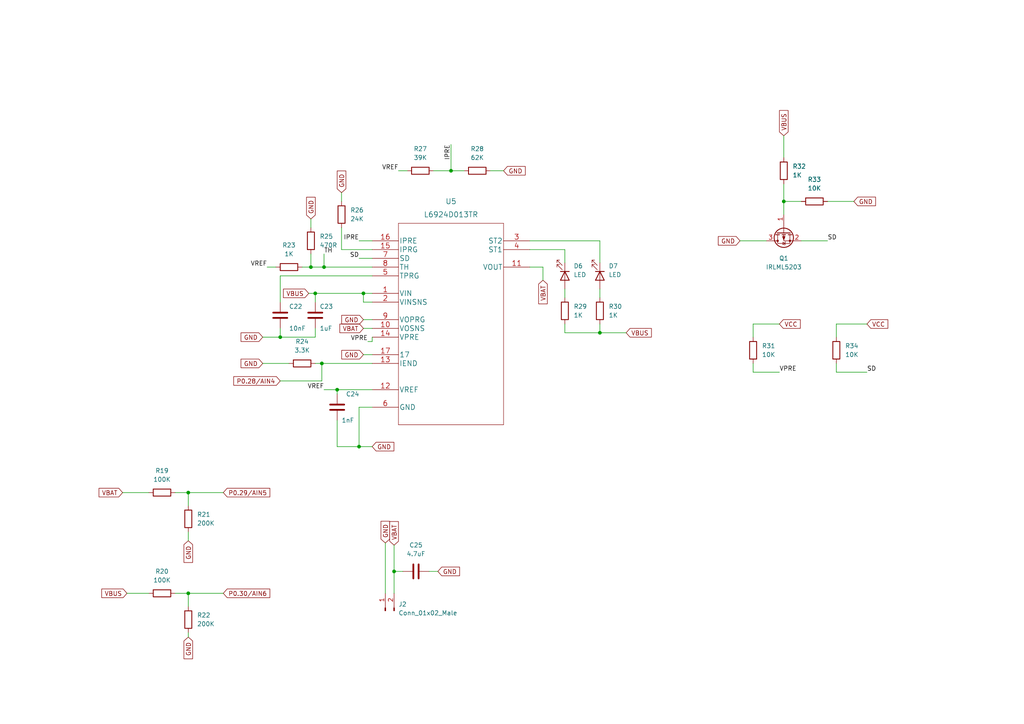
<source format=kicad_sch>
(kicad_sch (version 20211123) (generator eeschema)
  (paper "A4")
  (lib_symbols
    (symbol "Connector:Conn_01x02_Male" (pin_names (offset 1.016) hide)
      (property "Reference" "J" (at 0 2.54 0))
      (property "Value" "Conn_01x02_Male" (at 0 -5.08 0))
      (symbol "Conn_01x02_Male_1_1"
        (polyline (pts (xy 1.27 -2.54) (xy 0.8636 -2.54)) (stroke (width 0.1524)))
        (polyline (pts (xy 1.27 0) (xy 0.8636 0)) (stroke (width 0.1524)))
        (rectangle (start 0.8636 -2.413) (end 0 -2.667) (stroke (width 0.1524)) (fill (type outline)))
        (rectangle (start 0.8636 0.127) (end 0 -0.127) (stroke (width 0.1524)) (fill (type outline)))
        (pin passive line (at 5.08 0 180) (length 3.81) (name "Pin_1") (number "1"))
        (pin passive line (at 5.08 -2.54 180) (length 3.81) (name "Pin_2") (number "2"))
      )
    )
    (symbol "Device:C" (pin_numbers hide) (pin_names (offset 0.254))
      (property "Reference" "C" (at 0.635 2.54 0))
      (property "Value" "C" (at 0.635 -2.54 0))
      (symbol "C_0_1"
        (polyline (pts (xy -2.032 -0.762) (xy 2.032 -0.762)) (stroke (width 0.508)))
        (polyline (pts (xy -2.032 0.762) (xy 2.032 0.762)) (stroke (width 0.508)))
      )
      (symbol "C_1_1"
        (pin passive line (at 0 3.81 270) (length 2.794) (name "~") (number "1"))
        (pin passive line (at 0 -3.81 90) (length 2.794) (name "~") (number "2"))
      )
    )
    (symbol "Device:LED" (pin_numbers hide) (pin_names (offset 1.016) hide)
      (property "Reference" "D" (at 0 2.54 0))
      (property "Value" "LED" (at 0 -2.54 0))
      (symbol "LED_0_1"
        (polyline (pts (xy -1.27 -1.27) (xy -1.27 1.27)) (stroke (width 0.254)))
        (polyline (pts (xy -1.27 0) (xy 1.27 0)))
        (polyline (pts (xy 1.27 -1.27) (xy 1.27 1.27) (xy -1.27 0) (xy 1.27 -1.27)) (stroke (width 0.254)))
        (polyline (pts (xy -3.048 -0.762) (xy -4.572 -2.286) (xy -3.81 -2.286) (xy -4.572 -2.286) (xy -4.572 -1.524)))
        (polyline (pts (xy -1.778 -0.762) (xy -3.302 -2.286) (xy -2.54 -2.286) (xy -3.302 -2.286) (xy -3.302 -1.524)))
      )
      (symbol "LED_1_1"
        (pin passive line (at -3.81 0 0) (length 2.54) (name "K") (number "1"))
        (pin passive line (at 3.81 0 180) (length 2.54) (name "A") (number "2"))
      )
    )
    (symbol "Device:R" (pin_numbers hide) (pin_names (offset 0))
      (property "Reference" "R" (at 2.032 0 90))
      (property "Value" "R" (at 0 0 90))
      (symbol "R_0_1"
        (rectangle (start -1.016 -2.54) (end 1.016 2.54) (stroke (width 0.254)))
      )
      (symbol "R_1_1"
        (pin passive line (at 0 3.81 270) (length 1.27) (name "~") (number "1"))
        (pin passive line (at 0 -3.81 90) (length 1.27) (name "~") (number "2"))
      )
    )
    (symbol "L6924D013TR:L6924D013TR" (pin_names (offset 0.254))
      (property "Reference" "U" (at 22.86 10.16 0))
      (property "Value" "L6924D013TR" (at 22.86 7.62 0))
      (symbol "L6924D013TR_1_1"
        (polyline (pts (xy 7.62 -53.34) (xy 38.1 -53.34)) (stroke (width 0.127)))
        (polyline (pts (xy 7.62 5.08) (xy 7.62 -53.34)) (stroke (width 0.127)))
        (polyline (pts (xy 38.1 -53.34) (xy 38.1 5.08)) (stroke (width 0.127)))
        (polyline (pts (xy 38.1 5.08) (xy 7.62 5.08)) (stroke (width 0.127)))
        (pin input line (at 0 -15.24 0) (length 7.62) (name "VIN") (number "1"))
        (pin input line (at 0 -25.4 0) (length 7.62) (name "VOSNS") (number "10"))
        (pin output line (at 45.72 -7.62 180) (length 7.62) (name "VOUT") (number "11"))
        (pin output line (at 0 -43.18 0) (length 7.62) (name "VREF") (number "12"))
        (pin bidirectional line (at 0 -35.56 0) (length 7.62) (name "IEND") (number "13"))
        (pin input line (at 0 -27.94 0) (length 7.62) (name "VPRE") (number "14"))
        (pin input line (at 0 -2.54 0) (length 7.62) (name "IPRG") (number "15"))
        (pin input line (at 0 0 0) (length 7.62) (name "IPRE") (number "16"))
        (pin unspecified line (at 0 -33.02 0) (length 7.62) (name "17") (number "17"))
        (pin input line (at 0 -17.78 0) (length 7.62) (name "VINSNS") (number "2"))
        (pin output line (at 45.72 0 180) (length 7.62) (name "ST2") (number "3"))
        (pin output line (at 45.72 -2.54 180) (length 7.62) (name "ST1") (number "4"))
        (pin input line (at 0 -10.16 0) (length 7.62) (name "TPRG") (number "5"))
        (pin power_in line (at 0 -48.26 0) (length 7.62) (name "GND") (number "6"))
        (pin input line (at 0 -5.08 0) (length 7.62) (name "SD") (number "7"))
        (pin input line (at 0 -7.62 0) (length 7.62) (name "TH") (number "8"))
        (pin input line (at 0 -22.86 0) (length 7.62) (name "VOPRG") (number "9"))
      )
    )
    (symbol "Transistor_FET:IRLML5203" (pin_names hide)
      (property "Reference" "Q" (at 5.08 1.905 0))
      (property "Value" "IRLML5203" (at 5.08 0 0))
      (symbol "IRLML5203_0_1"
        (polyline (pts (xy 0.254 0) (xy -2.54 0)))
        (polyline (pts (xy 0.254 1.905) (xy 0.254 -1.905)) (stroke (width 0.254)))
        (polyline (pts (xy 0.762 -1.27) (xy 0.762 -2.286)) (stroke (width 0.254)))
        (polyline (pts (xy 0.762 0.508) (xy 0.762 -0.508)) (stroke (width 0.254)))
        (polyline (pts (xy 0.762 2.286) (xy 0.762 1.27)) (stroke (width 0.254)))
        (polyline (pts (xy 2.54 2.54) (xy 2.54 1.778)))
        (polyline (pts (xy 2.54 -2.54) (xy 2.54 0) (xy 0.762 0)))
        (polyline (pts (xy 0.762 1.778) (xy 3.302 1.778) (xy 3.302 -1.778) (xy 0.762 -1.778)))
        (polyline (pts (xy 2.286 0) (xy 1.27 0.381) (xy 1.27 -0.381) (xy 2.286 0)) (fill (type outline)))
        (polyline (pts (xy 2.794 -0.508) (xy 2.921 -0.381) (xy 3.683 -0.381) (xy 3.81 -0.254)))
        (polyline (pts (xy 3.302 -0.381) (xy 2.921 0.254) (xy 3.683 0.254) (xy 3.302 -0.381)))
        (circle (center 1.651 0) (radius 2.794) (stroke (width 0.254)))
        (circle (center 2.54 -1.778) (radius 0.254) (fill (type outline)))
        (circle (center 2.54 1.778) (radius 0.254) (fill (type outline)))
      )
      (symbol "IRLML5203_1_1"
        (pin input line (at -5.08 0 0) (length 2.54) (name "G") (number "1"))
        (pin passive line (at 2.54 -5.08 90) (length 2.54) (name "S") (number "2"))
        (pin passive line (at 2.54 5.08 270) (length 2.54) (name "D") (number "3"))
      )
    )
  )
  (junction (at 105.41 85.09))
  (junction (at 54.61 172.085))
  (junction (at 130.81 49.53))
  (junction (at 54.61 142.875))
  (junction (at 114.3 165.735))
  (junction (at 90.17 77.47))
  (junction (at 91.44 85.09))
  (junction (at 104.14 129.54))
  (junction (at 227.33 58.42))
  (junction (at 81.28 97.79))
  (junction (at 173.99 96.52))
  (junction (at 93.345 105.41))
  (junction (at 97.79 113.03))
  (junction (at 93.98 77.47))
  (wire (pts (xy 142.24 49.53) (xy 146.05 49.53)))
  (wire (pts (xy 107.95 72.39) (xy 99.06 72.39)))
  (wire (pts (xy 227.33 58.42) (xy 227.33 62.23)))
  (wire (pts (xy 242.57 93.98) (xy 251.46 93.98)))
  (wire (pts (xy 76.2 105.41) (xy 83.82 105.41)))
  (wire (pts (xy 50.8 142.875) (xy 54.61 142.875)))
  (wire (pts (xy 114.3 165.735) (xy 116.84 165.735)))
  (wire (pts (xy 90.17 63.5) (xy 90.17 66.04)))
  (wire (pts (xy 111.76 157.48) (xy 111.76 172.085)))
  (wire (pts (xy 104.14 74.93) (xy 107.95 74.93)))
  (wire (pts (xy 124.46 165.735) (xy 127 165.735)))
  (wire (pts (xy 93.98 113.03) (xy 97.79 113.03)))
  (wire (pts (xy 99.06 72.39) (xy 99.06 66.04)))
  (wire (pts (xy 93.345 105.41) (xy 107.95 105.41)))
  (wire (pts (xy 163.83 93.98) (xy 163.83 96.52)))
  (wire (pts (xy 104.14 129.54) (xy 107.95 129.54)))
  (wire (pts (xy 214.63 69.85) (xy 222.25 69.85)))
  (wire (pts (xy 240.03 58.42) (xy 247.65 58.42)))
  (wire (pts (xy 153.67 72.39) (xy 163.83 72.39)))
  (wire (pts (xy 107.95 87.63) (xy 105.41 87.63)))
  (wire (pts (xy 242.57 107.95) (xy 251.46 107.95)))
  (wire (pts (xy 218.44 97.79) (xy 218.44 93.98)))
  (wire (pts (xy 104.14 118.11) (xy 104.14 129.54)))
  (wire (pts (xy 227.33 53.34) (xy 227.33 58.42)))
  (wire (pts (xy 130.81 41.91) (xy 130.81 49.53)))
  (wire (pts (xy 105.41 102.87) (xy 107.95 102.87)))
  (wire (pts (xy 173.99 83.82) (xy 173.99 86.36)))
  (wire (pts (xy 218.44 105.41) (xy 218.44 107.95)))
  (wire (pts (xy 87.63 77.47) (xy 90.17 77.47)))
  (wire (pts (xy 105.41 85.09) (xy 107.95 85.09)))
  (wire (pts (xy 115.57 49.53) (xy 118.11 49.53)))
  (wire (pts (xy 93.345 110.49) (xy 81.28 110.49)))
  (wire (pts (xy 242.57 105.41) (xy 242.57 107.95)))
  (wire (pts (xy 91.44 85.09) (xy 105.41 85.09)))
  (wire (pts (xy 163.83 83.82) (xy 163.83 86.36)))
  (wire (pts (xy 105.41 95.25) (xy 107.95 95.25)))
  (wire (pts (xy 81.28 95.25) (xy 81.28 97.79)))
  (wire (pts (xy 93.345 105.41) (xy 93.345 110.49)))
  (wire (pts (xy 218.44 107.95) (xy 226.06 107.95)))
  (wire (pts (xy 91.44 95.25) (xy 91.44 97.79)))
  (wire (pts (xy 232.41 69.85) (xy 240.03 69.85)))
  (wire (pts (xy 81.28 80.01) (xy 107.95 80.01)))
  (wire (pts (xy 104.14 69.85) (xy 107.95 69.85)))
  (wire (pts (xy 54.61 142.875) (xy 54.61 146.685)))
  (wire (pts (xy 81.28 97.79) (xy 91.44 97.79)))
  (wire (pts (xy 50.8 172.085) (xy 54.61 172.085)))
  (wire (pts (xy 90.17 73.66) (xy 90.17 77.47)))
  (wire (pts (xy 97.79 121.92) (xy 97.79 129.54)))
  (wire (pts (xy 99.06 55.88) (xy 99.06 58.42)))
  (wire (pts (xy 114.3 165.735) (xy 114.3 172.085)))
  (wire (pts (xy 107.95 97.79) (xy 107.95 99.06)))
  (wire (pts (xy 97.79 129.54) (xy 104.14 129.54)))
  (wire (pts (xy 114.3 158.115) (xy 114.3 165.735)))
  (wire (pts (xy 93.98 77.47) (xy 107.95 77.47)))
  (wire (pts (xy 153.67 69.85) (xy 173.99 69.85)))
  (wire (pts (xy 242.57 97.79) (xy 242.57 93.98)))
  (wire (pts (xy 125.73 49.53) (xy 130.81 49.53)))
  (wire (pts (xy 76.2 97.79) (xy 81.28 97.79)))
  (wire (pts (xy 227.33 39.37) (xy 227.33 45.72)))
  (wire (pts (xy 81.28 87.63) (xy 81.28 80.01)))
  (wire (pts (xy 173.99 69.85) (xy 173.99 76.2)))
  (wire (pts (xy 130.81 49.53) (xy 134.62 49.53)))
  (wire (pts (xy 173.99 96.52) (xy 181.61 96.52)))
  (wire (pts (xy 163.83 72.39) (xy 163.83 76.2)))
  (wire (pts (xy 35.56 142.875) (xy 43.18 142.875)))
  (wire (pts (xy 105.41 85.09) (xy 105.41 87.63)))
  (wire (pts (xy 77.47 77.47) (xy 80.01 77.47)))
  (wire (pts (xy 106.68 99.06) (xy 107.95 99.06)))
  (wire (pts (xy 107.95 113.03) (xy 97.79 113.03)))
  (wire (pts (xy 93.98 73.66) (xy 93.98 77.47)))
  (wire (pts (xy 91.44 87.63) (xy 91.44 85.09)))
  (wire (pts (xy 91.44 105.41) (xy 93.345 105.41)))
  (wire (pts (xy 173.99 96.52) (xy 173.99 93.98)))
  (wire (pts (xy 157.48 77.47) (xy 157.48 81.28)))
  (wire (pts (xy 54.61 154.305) (xy 54.61 156.845)))
  (wire (pts (xy 54.61 183.515) (xy 54.61 184.785)))
  (wire (pts (xy 36.83 172.085) (xy 43.18 172.085)))
  (wire (pts (xy 54.61 142.875) (xy 64.77 142.875)))
  (wire (pts (xy 105.41 92.71) (xy 107.95 92.71)))
  (wire (pts (xy 227.33 58.42) (xy 232.41 58.42)))
  (wire (pts (xy 89.535 85.09) (xy 91.44 85.09)))
  (wire (pts (xy 107.95 118.11) (xy 104.14 118.11)))
  (wire (pts (xy 54.61 172.085) (xy 54.61 175.895)))
  (wire (pts (xy 163.83 96.52) (xy 173.99 96.52)))
  (wire (pts (xy 218.44 93.98) (xy 226.06 93.98)))
  (wire (pts (xy 54.61 172.085) (xy 64.77 172.085)))
  (wire (pts (xy 97.79 113.03) (xy 97.79 114.3)))
  (wire (pts (xy 90.17 77.47) (xy 93.98 77.47)))
  (wire (pts (xy 153.67 77.47) (xy 157.48 77.47)))
  (label "VREF" (at 93.98 113.03 180))
  (label "VREF" (at 77.47 77.47 180))
  (label "VPRE" (at 226.06 107.95 0))
  (label "IPRE" (at 104.14 69.85 180))
  (label "IPRE" (at 130.81 41.91 270))
  (label "VREF" (at 115.57 49.53 180))
  (label "SD" (at 104.14 74.93 180))
  (label "SD" (at 240.03 69.85 0))
  (label "SD" (at 251.46 107.95 0))
  (label "TH" (at 93.98 73.66 0))
  (label "VPRE" (at 106.68 99.06 180))
  (global_label "GND" (shape input) (at 127 165.735 0) (property "Intersheet References" "${INTERSHEET_REFS}" (effects hide)))
  (global_label "GND" (shape input) (at 76.2 105.41 180) (property "Intersheet References" "${INTERSHEET_REFS}" (effects hide)))
  (global_label "VBAT" (shape input) (at 105.41 95.25 180) (property "Intersheet References" "${INTERSHEET_REFS}" (effects hide)))
  (global_label "GND" (shape input) (at 107.95 129.54 0) (property "Intersheet References" "${INTERSHEET_REFS}" (effects hide)))
  (global_label "GND" (shape input) (at 76.2 97.79 180) (property "Intersheet References" "${INTERSHEET_REFS}" (effects hide)))
  (global_label "VBUS" (shape input) (at 181.61 96.52 0) (property "Intersheet References" "${INTERSHEET_REFS}" (effects hide)))
  (global_label "VBUS" (shape input) (at 227.33 39.37 90) (property "Intersheet References" "${INTERSHEET_REFS}" (effects hide)))
  (global_label "GND" (shape input) (at 54.61 156.845 270) (property "Intersheet References" "${INTERSHEET_REFS}" (effects hide)))
  (global_label "VCC" (shape input) (at 251.46 93.98 0) (property "Intersheet References" "${INTERSHEET_REFS}" (effects hide)))
  (global_label "P0.29{slash}AIN5" (shape input) (at 64.77 142.875 0) (property "Intersheet References" "${INTERSHEET_REFS}" (effects hide)))
  (global_label "GND" (shape input) (at 214.63 69.85 180) (property "Intersheet References" "${INTERSHEET_REFS}" (effects hide)))
  (global_label "GND" (shape input) (at 99.06 55.88 90) (property "Intersheet References" "${INTERSHEET_REFS}" (effects hide)))
  (global_label "GND" (shape input) (at 146.05 49.53 0) (property "Intersheet References" "${INTERSHEET_REFS}" (effects hide)))
  (global_label "P0.30{slash}AIN6" (shape input) (at 64.77 172.085 0) (property "Intersheet References" "${INTERSHEET_REFS}" (effects hide)))
  (global_label "GND" (shape input) (at 54.61 184.785 270) (property "Intersheet References" "${INTERSHEET_REFS}" (effects hide)))
  (global_label "VBAT" (shape input) (at 35.56 142.875 180) (property "Intersheet References" "${INTERSHEET_REFS}" (effects hide)))
  (global_label "VBAT" (shape input) (at 157.48 81.28 270) (property "Intersheet References" "${INTERSHEET_REFS}" (effects hide)))
  (global_label "GND" (shape input) (at 105.41 102.87 180) (property "Intersheet References" "${INTERSHEET_REFS}" (effects hide)))
  (global_label "GND" (shape input) (at 111.76 157.48 90) (property "Intersheet References" "${INTERSHEET_REFS}" (effects hide)))
  (global_label "GND" (shape input) (at 105.41 92.71 180) (property "Intersheet References" "${INTERSHEET_REFS}" (effects hide)))
  (global_label "GND" (shape input) (at 247.65 58.42 0) (property "Intersheet References" "${INTERSHEET_REFS}" (effects hide)))
  (global_label "VBUS" (shape input) (at 89.535 85.09 180) (property "Intersheet References" "${INTERSHEET_REFS}" (effects hide)))
  (global_label "P0.28{slash}AIN4" (shape input) (at 81.28 110.49 180) (property "Intersheet References" "${INTERSHEET_REFS}" (effects hide)))
  (global_label "GND" (shape input) (at 90.17 63.5 90) (property "Intersheet References" "${INTERSHEET_REFS}" (effects hide)))
  (global_label "VBUS" (shape input) (at 36.83 172.085 180) (property "Intersheet References" "${INTERSHEET_REFS}" (effects hide)))
  (global_label "VBAT" (shape input) (at 114.3 158.115 90) (property "Intersheet References" "${INTERSHEET_REFS}" (effects hide)))
  (global_label "VCC" (shape input) (at 226.06 93.98 0) (property "Intersheet References" "${INTERSHEET_REFS}" (effects hide)))
  (symbol (lib_id "Device:R") (at 90.17 69.85 180) (unit 1)
    (property "Reference" "R25" (at 92.71 68.5799 0) (effects (justify right)))
    (property "Value" "470R" (at 92.71 71.1199 0) (effects (justify right)))
    (property "Footprint" "Resistor_SMD:R_0603_1608Metric" (effects hide))
  )
  (symbol (lib_id "Device:C") (at 97.79 118.11 0) (unit 1)
    (property "Reference" "C24" (at 100.33 114.3 0) (effects (justify left)))
    (property "Value" "1nF" (at 99.06 121.92 0) (effects (justify left)))
    (property "Footprint" "Capacitor_SMD:C_0603_1608Metric" (effects hide))
  )
  (symbol (lib_id "Device:LED") (at 163.83 80.01 270) (unit 1)
    (property "Reference" "D6" (at 166.37 77.1524 90) (effects (justify left)))
    (property "Value" "LED" (at 166.37 79.6924 90) (effects (justify left)))
    (property "Footprint" "LED_SMD:LED_0805_2012Metric" (effects hide))
  )
  (symbol (lib_id "Device:LED") (at 173.99 80.01 270) (unit 1)
    (property "Reference" "D7" (at 176.53 77.1524 90) (effects (justify left)))
    (property "Value" "LED" (at 176.53 79.6924 90) (effects (justify left)))
    (property "Footprint" "LED_SMD:LED_0805_2012Metric" (effects hide))
  )
  (symbol (lib_id "L6924D013TR:L6924D013TR") (at 107.95 69.85 0) (unit 1)
    (property "Reference" "U5" (at 130.81 58.42 0) (effects (font (size 1.524 1.524))))
    (property "Value" "L6924D013TR" (at 130.81 62.23 0) (effects (font (size 1.524 1.524))))
    (property "Footprint" "footprints:L6924D013TR" (effects hide))
  )
  (symbol (lib_id "Device:R") (at 87.63 105.41 270) (unit 1)
    (property "Reference" "R24" (at 87.63 99.06 90))
    (property "Value" "3.3K" (at 87.63 101.6 90))
    (property "Footprint" "Resistor_SMD:R_0603_1608Metric" (effects hide))
  )
  (symbol (lib_id "Device:R") (at 218.44 101.6 0) (unit 1)
    (property "Reference" "R31" (at 220.98 100.3299 0) (effects (justify left)))
    (property "Value" "10K" (at 220.98 102.8699 0) (effects (justify left)))
    (property "Footprint" "Resistor_SMD:R_0603_1608Metric" (effects hide))
  )
  (symbol (lib_id "Device:R") (at 83.82 77.47 270) (unit 1)
    (property "Reference" "R23" (at 83.82 71.12 90))
    (property "Value" "1K" (at 83.82 73.66 90))
    (property "Footprint" "Resistor_SMD:R_0603_1608Metric" (effects hide))
  )
  (symbol (lib_id "Device:C") (at 91.44 91.44 0) (unit 1)
    (property "Reference" "C23" (at 92.71 88.9 0) (effects (justify left)))
    (property "Value" "1uF" (at 92.71 95.25 0) (effects (justify left)))
    (property "Footprint" "Capacitor_SMD:C_0603_1608Metric" (effects hide))
  )
  (symbol (lib_id "Device:R") (at 242.57 101.6 0) (unit 1)
    (property "Reference" "R34" (at 245.11 100.3299 0) (effects (justify left)))
    (property "Value" "10K" (at 245.11 102.8699 0) (effects (justify left)))
    (property "Footprint" "Resistor_SMD:R_0603_1608Metric" (effects hide))
  )
  (symbol (lib_id "Device:R") (at 99.06 62.23 180) (unit 1)
    (property "Reference" "R26" (at 101.6 60.9599 0) (effects (justify right)))
    (property "Value" "24K" (at 101.6 63.4999 0) (effects (justify right)))
    (property "Footprint" "Resistor_SMD:R_0603_1608Metric" (effects hide))
  )
  (symbol (lib_id "Device:R") (at 138.43 49.53 90) (unit 1)
    (property "Reference" "R28" (at 138.43 43.18 90))
    (property "Value" "62K" (at 138.43 45.72 90))
    (property "Footprint" "Resistor_SMD:R_0603_1608Metric" (effects hide))
  )
  (symbol (lib_id "Device:R") (at 121.92 49.53 90) (unit 1)
    (property "Reference" "R27" (at 121.92 43.18 90))
    (property "Value" "39K" (at 121.92 45.72 90))
    (property "Footprint" "Resistor_SMD:R_0603_1608Metric" (effects hide))
  )
  (symbol (lib_id "Transistor_FET:IRLML5203") (at 227.33 67.31 90) (mirror x) (unit 1)
    (property "Reference" "Q1" (at 227.33 74.93 90))
    (property "Value" "IRLML5203" (at 227.33 77.47 90))
    (property "Footprint" "Package_TO_SOT_SMD:SOT-23" (effects hide))
    (property "Datasheet" "https://www.infineon.com/dgdl/irlml5203pbf.pdf?fileId=5546d462533600a40153566868da261d" (effects hide))
  )
  (symbol (lib_id "Device:R") (at 46.99 142.875 90) (unit 1)
    (property "Reference" "R19" (at 46.99 136.525 90))
    (property "Value" "100K" (at 46.99 139.065 90))
    (property "Footprint" "Resistor_SMD:R_0603_1608Metric" (effects hide))
  )
  (symbol (lib_id "Device:R") (at 236.22 58.42 270) (unit 1)
    (property "Reference" "R33" (at 236.22 52.07 90))
    (property "Value" "10K" (at 236.22 54.61 90))
    (property "Footprint" "Resistor_SMD:R_0603_1608Metric" (effects hide))
  )
  (symbol (lib_id "Connector:Conn_01x02_Male") (at 111.76 177.165 90) (unit 1)
    (property "Reference" "J2" (at 115.57 175.2599 90) (effects (justify right)))
    (property "Value" "Conn_01x02_Male" (at 115.57 177.7999 90) (effects (justify right)))
    (property "Footprint" "Connector_PinHeader_2.54mm:PinHeader_1x02_P2.54mm_Vertical" (effects hide))
  )
  (symbol (lib_id "Device:C") (at 81.28 91.44 0) (unit 1)
    (property "Reference" "C22" (at 83.82 88.9 0) (effects (justify left)))
    (property "Value" "10nF" (at 83.82 95.25 0) (effects (justify left)))
    (property "Footprint" "Capacitor_SMD:C_0603_1608Metric" (effects hide))
  )
  (symbol (lib_id "Device:R") (at 163.83 90.17 0) (unit 1)
    (property "Reference" "R29" (at 166.37 88.8999 0) (effects (justify left)))
    (property "Value" "1K" (at 166.37 91.4399 0) (effects (justify left)))
    (property "Footprint" "Resistor_SMD:R_0603_1608Metric" (effects hide))
  )
  (symbol (lib_id "Device:R") (at 54.61 179.705 0) (unit 1)
    (property "Reference" "R22" (at 57.15 178.4349 0) (effects (justify left)))
    (property "Value" "200K" (at 57.15 180.9749 0) (effects (justify left)))
    (property "Footprint" "Resistor_SMD:R_0603_1608Metric" (effects hide))
  )
  (symbol (lib_id "Device:R") (at 46.99 172.085 270) (unit 1)
    (property "Reference" "R20" (at 46.99 165.735 90))
    (property "Value" "100K" (at 46.99 168.275 90))
    (property "Footprint" "Resistor_SMD:R_0603_1608Metric" (effects hide))
  )
  (symbol (lib_id "Device:R") (at 227.33 49.53 180) (unit 1)
    (property "Reference" "R32" (at 229.87 48.2599 0) (effects (justify right)))
    (property "Value" "1K" (at 229.87 50.7999 0) (effects (justify right)))
    (property "Footprint" "Resistor_SMD:R_0603_1608Metric" (effects hide))
  )
  (symbol (lib_id "Device:C") (at 120.65 165.735 90) (unit 1)
    (property "Reference" "C25" (at 120.65 158.115 90))
    (property "Value" "4.7uF" (at 120.65 160.655 90))
    (property "Footprint" "Capacitor_SMD:C_0603_1608Metric" (effects hide))
  )
  (symbol (lib_id "Device:R") (at 173.99 90.17 0) (unit 1)
    (property "Reference" "R30" (at 176.53 88.8999 0) (effects (justify left)))
    (property "Value" "1K" (at 176.53 91.4399 0) (effects (justify left)))
    (property "Footprint" "Resistor_SMD:R_0603_1608Metric" (effects hide))
  )
  (symbol (lib_id "Device:R") (at 54.61 150.495 180) (unit 1)
    (property "Reference" "R21" (at 57.15 149.2249 0) (effects (justify right)))
    (property "Value" "200K" (at 57.15 151.7649 0) (effects (justify right)))
    (property "Footprint" "Resistor_SMD:R_0603_1608Metric" (effects hide))
  )
)
</source>
